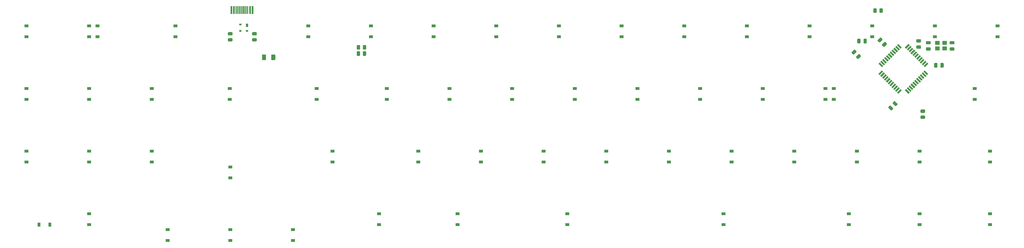
<source format=gbr>
%TF.GenerationSoftware,KiCad,Pcbnew,5.1.6+dfsg1-1*%
%TF.CreationDate,2020-11-03T16:58:05-08:00*%
%TF.ProjectId,SPM1800,53504d31-3830-4302-9e6b-696361645f70,rev?*%
%TF.SameCoordinates,Original*%
%TF.FileFunction,Paste,Bot*%
%TF.FilePolarity,Positive*%
%FSLAX46Y46*%
G04 Gerber Fmt 4.6, Leading zero omitted, Abs format (unit mm)*
G04 Created by KiCad (PCBNEW 5.1.6+dfsg1-1) date 2020-11-03 16:58:05*
%MOMM*%
%LPD*%
G01*
G04 APERTURE LIST*
%ADD10R,1.400000X1.200000*%
%ADD11R,0.300000X2.450000*%
%ADD12R,0.600000X2.450000*%
%ADD13C,0.100000*%
%ADD14R,0.700000X0.600000*%
%ADD15R,0.700000X1.000000*%
%ADD16R,1.200000X0.900000*%
%ADD17R,0.900000X1.200000*%
G04 APERTURE END LIST*
%TO.C,R6*%
G36*
G01*
X186694500Y266388001D02*
X186694500Y265487999D01*
G75*
G02*
X186444501Y265238000I-249999J0D01*
G01*
X185919499Y265238000D01*
G75*
G02*
X185669500Y265487999I0J249999D01*
G01*
X185669500Y266388001D01*
G75*
G02*
X185919499Y266638000I249999J0D01*
G01*
X186444501Y266638000D01*
G75*
G02*
X186694500Y266388001I0J-249999D01*
G01*
G37*
G36*
G01*
X188519500Y266388001D02*
X188519500Y265487999D01*
G75*
G02*
X188269501Y265238000I-249999J0D01*
G01*
X187744499Y265238000D01*
G75*
G02*
X187494500Y265487999I0J249999D01*
G01*
X187494500Y266388001D01*
G75*
G02*
X187744499Y266638000I249999J0D01*
G01*
X188269501Y266638000D01*
G75*
G02*
X188519500Y266388001I0J-249999D01*
G01*
G37*
%TD*%
%TO.C,R5*%
G36*
G01*
X186694500Y264483001D02*
X186694500Y263582999D01*
G75*
G02*
X186444501Y263333000I-249999J0D01*
G01*
X185919499Y263333000D01*
G75*
G02*
X185669500Y263582999I0J249999D01*
G01*
X185669500Y264483001D01*
G75*
G02*
X185919499Y264733000I249999J0D01*
G01*
X186444501Y264733000D01*
G75*
G02*
X186694500Y264483001I0J-249999D01*
G01*
G37*
G36*
G01*
X188519500Y264483001D02*
X188519500Y263582999D01*
G75*
G02*
X188269501Y263333000I-249999J0D01*
G01*
X187744499Y263333000D01*
G75*
G02*
X187494500Y263582999I0J249999D01*
G01*
X187494500Y264483001D01*
G75*
G02*
X187744499Y264733000I249999J0D01*
G01*
X188269501Y264733000D01*
G75*
G02*
X188519500Y264483001I0J-249999D01*
G01*
G37*
%TD*%
%TO.C,C1*%
G36*
G01*
X356964000Y267404000D02*
X356014000Y267404000D01*
G75*
G02*
X355764000Y267654000I0J250000D01*
G01*
X355764000Y268154000D01*
G75*
G02*
X356014000Y268404000I250000J0D01*
G01*
X356964000Y268404000D01*
G75*
G02*
X357214000Y268154000I0J-250000D01*
G01*
X357214000Y267654000D01*
G75*
G02*
X356964000Y267404000I-250000J0D01*
G01*
G37*
G36*
G01*
X356964000Y265504000D02*
X356014000Y265504000D01*
G75*
G02*
X355764000Y265754000I0J250000D01*
G01*
X355764000Y266254000D01*
G75*
G02*
X356014000Y266504000I250000J0D01*
G01*
X356964000Y266504000D01*
G75*
G02*
X357214000Y266254000I0J-250000D01*
G01*
X357214000Y265754000D01*
G75*
G02*
X356964000Y265504000I-250000J0D01*
G01*
G37*
%TD*%
D10*
%TO.C,Y1*%
X364363000Y267257000D03*
X362163000Y267257000D03*
X362163000Y265557000D03*
X364363000Y265557000D03*
%TD*%
D11*
%TO.C,USB1*%
X150499000Y277301000D03*
X150999000Y277301000D03*
X151499000Y277301000D03*
X149999000Y277301000D03*
X151999000Y277301000D03*
X149499000Y277301000D03*
X152499000Y277301000D03*
X148999000Y277301000D03*
D12*
X148299000Y277301000D03*
X153199000Y277301000D03*
X147524000Y277301000D03*
X153974000Y277301000D03*
%TD*%
D13*
%TO.C,U1*%
G36*
X345323690Y258926952D02*
G01*
X345712598Y258538044D01*
X344651938Y257477384D01*
X344263030Y257866292D01*
X345323690Y258926952D01*
G37*
G36*
X345889376Y258361267D02*
G01*
X346278284Y257972359D01*
X345217624Y256911699D01*
X344828716Y257300607D01*
X345889376Y258361267D01*
G37*
G36*
X346455061Y257795582D02*
G01*
X346843969Y257406674D01*
X345783309Y256346014D01*
X345394401Y256734922D01*
X346455061Y257795582D01*
G37*
G36*
X347020746Y257229896D02*
G01*
X347409654Y256840988D01*
X346348994Y255780328D01*
X345960086Y256169236D01*
X347020746Y257229896D01*
G37*
G36*
X347586432Y256664211D02*
G01*
X347975340Y256275303D01*
X346914680Y255214643D01*
X346525772Y255603551D01*
X347586432Y256664211D01*
G37*
G36*
X348152117Y256098525D02*
G01*
X348541025Y255709617D01*
X347480365Y254648957D01*
X347091457Y255037865D01*
X348152117Y256098525D01*
G37*
G36*
X348717803Y255532840D02*
G01*
X349106711Y255143932D01*
X348046051Y254083272D01*
X347657143Y254472180D01*
X348717803Y255532840D01*
G37*
G36*
X349283488Y254967154D02*
G01*
X349672396Y254578246D01*
X348611736Y253517586D01*
X348222828Y253906494D01*
X349283488Y254967154D01*
G37*
G36*
X349849174Y254401469D02*
G01*
X350238082Y254012561D01*
X349177422Y252951901D01*
X348788514Y253340809D01*
X349849174Y254401469D01*
G37*
G36*
X350414859Y253835784D02*
G01*
X350803767Y253446876D01*
X349743107Y252386216D01*
X349354199Y252775124D01*
X350414859Y253835784D01*
G37*
G36*
X350980544Y253270098D02*
G01*
X351369452Y252881190D01*
X350308792Y251820530D01*
X349919884Y252209438D01*
X350980544Y253270098D01*
G37*
G36*
X352324048Y252881190D02*
G01*
X352712956Y253270098D01*
X353773616Y252209438D01*
X353384708Y251820530D01*
X352324048Y252881190D01*
G37*
G36*
X352889733Y253446876D02*
G01*
X353278641Y253835784D01*
X354339301Y252775124D01*
X353950393Y252386216D01*
X352889733Y253446876D01*
G37*
G36*
X353455418Y254012561D02*
G01*
X353844326Y254401469D01*
X354904986Y253340809D01*
X354516078Y252951901D01*
X353455418Y254012561D01*
G37*
G36*
X354021104Y254578246D02*
G01*
X354410012Y254967154D01*
X355470672Y253906494D01*
X355081764Y253517586D01*
X354021104Y254578246D01*
G37*
G36*
X354586789Y255143932D02*
G01*
X354975697Y255532840D01*
X356036357Y254472180D01*
X355647449Y254083272D01*
X354586789Y255143932D01*
G37*
G36*
X355152475Y255709617D02*
G01*
X355541383Y256098525D01*
X356602043Y255037865D01*
X356213135Y254648957D01*
X355152475Y255709617D01*
G37*
G36*
X355718160Y256275303D02*
G01*
X356107068Y256664211D01*
X357167728Y255603551D01*
X356778820Y255214643D01*
X355718160Y256275303D01*
G37*
G36*
X356283846Y256840988D02*
G01*
X356672754Y257229896D01*
X357733414Y256169236D01*
X357344506Y255780328D01*
X356283846Y256840988D01*
G37*
G36*
X356849531Y257406674D02*
G01*
X357238439Y257795582D01*
X358299099Y256734922D01*
X357910191Y256346014D01*
X356849531Y257406674D01*
G37*
G36*
X357415216Y257972359D02*
G01*
X357804124Y258361267D01*
X358864784Y257300607D01*
X358475876Y256911699D01*
X357415216Y257972359D01*
G37*
G36*
X357980902Y258538044D02*
G01*
X358369810Y258926952D01*
X359430470Y257866292D01*
X359041562Y257477384D01*
X357980902Y258538044D01*
G37*
G36*
X359041562Y261331116D02*
G01*
X359430470Y260942208D01*
X358369810Y259881548D01*
X357980902Y260270456D01*
X359041562Y261331116D01*
G37*
G36*
X358475876Y261896801D02*
G01*
X358864784Y261507893D01*
X357804124Y260447233D01*
X357415216Y260836141D01*
X358475876Y261896801D01*
G37*
G36*
X357910191Y262462486D02*
G01*
X358299099Y262073578D01*
X357238439Y261012918D01*
X356849531Y261401826D01*
X357910191Y262462486D01*
G37*
G36*
X357344506Y263028172D02*
G01*
X357733414Y262639264D01*
X356672754Y261578604D01*
X356283846Y261967512D01*
X357344506Y263028172D01*
G37*
G36*
X356778820Y263593857D02*
G01*
X357167728Y263204949D01*
X356107068Y262144289D01*
X355718160Y262533197D01*
X356778820Y263593857D01*
G37*
G36*
X356213135Y264159543D02*
G01*
X356602043Y263770635D01*
X355541383Y262709975D01*
X355152475Y263098883D01*
X356213135Y264159543D01*
G37*
G36*
X355647449Y264725228D02*
G01*
X356036357Y264336320D01*
X354975697Y263275660D01*
X354586789Y263664568D01*
X355647449Y264725228D01*
G37*
G36*
X355081764Y265290914D02*
G01*
X355470672Y264902006D01*
X354410012Y263841346D01*
X354021104Y264230254D01*
X355081764Y265290914D01*
G37*
G36*
X354516078Y265856599D02*
G01*
X354904986Y265467691D01*
X353844326Y264407031D01*
X353455418Y264795939D01*
X354516078Y265856599D01*
G37*
G36*
X353950393Y266422284D02*
G01*
X354339301Y266033376D01*
X353278641Y264972716D01*
X352889733Y265361624D01*
X353950393Y266422284D01*
G37*
G36*
X353384708Y266987970D02*
G01*
X353773616Y266599062D01*
X352712956Y265538402D01*
X352324048Y265927310D01*
X353384708Y266987970D01*
G37*
G36*
X349919884Y266599062D02*
G01*
X350308792Y266987970D01*
X351369452Y265927310D01*
X350980544Y265538402D01*
X349919884Y266599062D01*
G37*
G36*
X349354199Y266033376D02*
G01*
X349743107Y266422284D01*
X350803767Y265361624D01*
X350414859Y264972716D01*
X349354199Y266033376D01*
G37*
G36*
X348788514Y265467691D02*
G01*
X349177422Y265856599D01*
X350238082Y264795939D01*
X349849174Y264407031D01*
X348788514Y265467691D01*
G37*
G36*
X348222828Y264902006D02*
G01*
X348611736Y265290914D01*
X349672396Y264230254D01*
X349283488Y263841346D01*
X348222828Y264902006D01*
G37*
G36*
X347657143Y264336320D02*
G01*
X348046051Y264725228D01*
X349106711Y263664568D01*
X348717803Y263275660D01*
X347657143Y264336320D01*
G37*
G36*
X347091457Y263770635D02*
G01*
X347480365Y264159543D01*
X348541025Y263098883D01*
X348152117Y262709975D01*
X347091457Y263770635D01*
G37*
G36*
X346525772Y263204949D02*
G01*
X346914680Y263593857D01*
X347975340Y262533197D01*
X347586432Y262144289D01*
X346525772Y263204949D01*
G37*
G36*
X345960086Y262639264D02*
G01*
X346348994Y263028172D01*
X347409654Y261967512D01*
X347020746Y261578604D01*
X345960086Y262639264D01*
G37*
G36*
X345394401Y262073578D02*
G01*
X345783309Y262462486D01*
X346843969Y261401826D01*
X346455061Y261012918D01*
X345394401Y262073578D01*
G37*
G36*
X344828716Y261507893D02*
G01*
X345217624Y261896801D01*
X346278284Y260836141D01*
X345889376Y260447233D01*
X344828716Y261507893D01*
G37*
G36*
X344263030Y260942208D02*
G01*
X344651938Y261331116D01*
X345712598Y260270456D01*
X345323690Y259881548D01*
X344263030Y260942208D01*
G37*
%TD*%
%TO.C,R4*%
G36*
G01*
X155009001Y267711500D02*
X154108999Y267711500D01*
G75*
G02*
X153859000Y267961499I0J249999D01*
G01*
X153859000Y268486501D01*
G75*
G02*
X154108999Y268736500I249999J0D01*
G01*
X155009001Y268736500D01*
G75*
G02*
X155259000Y268486501I0J-249999D01*
G01*
X155259000Y267961499D01*
G75*
G02*
X155009001Y267711500I-249999J0D01*
G01*
G37*
G36*
G01*
X155009001Y269536500D02*
X154108999Y269536500D01*
G75*
G02*
X153859000Y269786499I0J249999D01*
G01*
X153859000Y270311501D01*
G75*
G02*
X154108999Y270561500I249999J0D01*
G01*
X155009001Y270561500D01*
G75*
G02*
X155259000Y270311501I0J-249999D01*
G01*
X155259000Y269786499D01*
G75*
G02*
X155009001Y269536500I-249999J0D01*
G01*
G37*
%TD*%
%TO.C,R3*%
G36*
G01*
X147643001Y267711500D02*
X146742999Y267711500D01*
G75*
G02*
X146493000Y267961499I0J249999D01*
G01*
X146493000Y268486501D01*
G75*
G02*
X146742999Y268736500I249999J0D01*
G01*
X147643001Y268736500D01*
G75*
G02*
X147893000Y268486501I0J-249999D01*
G01*
X147893000Y267961499D01*
G75*
G02*
X147643001Y267711500I-249999J0D01*
G01*
G37*
G36*
G01*
X147643001Y269536500D02*
X146742999Y269536500D01*
G75*
G02*
X146493000Y269786499I0J249999D01*
G01*
X146493000Y270311501D01*
G75*
G02*
X146742999Y270561500I249999J0D01*
G01*
X147643001Y270561500D01*
G75*
G02*
X147893000Y270311501I0J-249999D01*
G01*
X147893000Y269786499D01*
G75*
G02*
X147643001Y269536500I-249999J0D01*
G01*
G37*
%TD*%
%TO.C,R2*%
G36*
G01*
X358209001Y245994500D02*
X357308999Y245994500D01*
G75*
G02*
X357059000Y246244499I0J249999D01*
G01*
X357059000Y246769501D01*
G75*
G02*
X357308999Y247019500I249999J0D01*
G01*
X358209001Y247019500D01*
G75*
G02*
X358459000Y246769501I0J-249999D01*
G01*
X358459000Y246244499D01*
G75*
G02*
X358209001Y245994500I-249999J0D01*
G01*
G37*
G36*
G01*
X358209001Y244169500D02*
X357308999Y244169500D01*
G75*
G02*
X357059000Y244419499I0J249999D01*
G01*
X357059000Y244944501D01*
G75*
G02*
X357308999Y245194500I249999J0D01*
G01*
X358209001Y245194500D01*
G75*
G02*
X358459000Y244944501I0J-249999D01*
G01*
X358459000Y244419499D01*
G75*
G02*
X358209001Y244169500I-249999J0D01*
G01*
G37*
%TD*%
%TO.C,R1*%
G36*
G01*
X344546500Y276663999D02*
X344546500Y277564001D01*
G75*
G02*
X344796499Y277814000I249999J0D01*
G01*
X345321501Y277814000D01*
G75*
G02*
X345571500Y277564001I0J-249999D01*
G01*
X345571500Y276663999D01*
G75*
G02*
X345321501Y276414000I-249999J0D01*
G01*
X344796499Y276414000D01*
G75*
G02*
X344546500Y276663999I0J249999D01*
G01*
G37*
G36*
G01*
X342721500Y276663999D02*
X342721500Y277564001D01*
G75*
G02*
X342971499Y277814000I249999J0D01*
G01*
X343496501Y277814000D01*
G75*
G02*
X343746500Y277564001I0J-249999D01*
G01*
X343746500Y276663999D01*
G75*
G02*
X343496501Y276414000I-249999J0D01*
G01*
X342971499Y276414000D01*
G75*
G02*
X342721500Y276663999I0J249999D01*
G01*
G37*
%TD*%
%TO.C,F1*%
G36*
G01*
X160899000Y263515000D02*
X160899000Y262265000D01*
G75*
G02*
X160649000Y262015000I-250000J0D01*
G01*
X159899000Y262015000D01*
G75*
G02*
X159649000Y262265000I0J250000D01*
G01*
X159649000Y263515000D01*
G75*
G02*
X159899000Y263765000I250000J0D01*
G01*
X160649000Y263765000D01*
G75*
G02*
X160899000Y263515000I0J-250000D01*
G01*
G37*
G36*
G01*
X158099000Y263515000D02*
X158099000Y262265000D01*
G75*
G02*
X157849000Y262015000I-250000J0D01*
G01*
X157099000Y262015000D01*
G75*
G02*
X156849000Y262265000I0J250000D01*
G01*
X156849000Y263515000D01*
G75*
G02*
X157099000Y263765000I250000J0D01*
G01*
X157849000Y263765000D01*
G75*
G02*
X158099000Y263515000I0J-250000D01*
G01*
G37*
%TD*%
D14*
%TO.C,D59*%
X150273000Y270957000D03*
X152273000Y270957000D03*
X150273000Y272857000D03*
D15*
X152273000Y272657000D03*
%TD*%
D16*
%TO.C,D58*%
X378206000Y215265000D03*
X378206000Y211965000D03*
%TD*%
%TO.C,D57*%
X356743000Y215265000D03*
X356743000Y211965000D03*
%TD*%
%TO.C,D56*%
X335280000Y215263000D03*
X335280000Y211963000D03*
%TD*%
%TO.C,D55*%
X297180000Y215263000D03*
X297180000Y211963000D03*
%TD*%
%TO.C,D54*%
X249682000Y215265000D03*
X249682000Y211965000D03*
%TD*%
%TO.C,D53*%
X216281000Y215265000D03*
X216281000Y211965000D03*
%TD*%
%TO.C,D52*%
X192405000Y215265000D03*
X192405000Y211965000D03*
%TD*%
%TO.C,D51*%
X166243000Y210439000D03*
X166243000Y207139000D03*
%TD*%
%TO.C,D50*%
X147193000Y210437000D03*
X147193000Y207137000D03*
%TD*%
%TO.C,D49*%
X128143000Y210437000D03*
X128143000Y207137000D03*
%TD*%
%TO.C,D48*%
X104267000Y215265000D03*
X104267000Y211965000D03*
%TD*%
D17*
%TO.C,D47*%
X89027000Y211963000D03*
X92327000Y211963000D03*
%TD*%
D16*
%TO.C,D46*%
X378206000Y234314000D03*
X378206000Y231014000D03*
%TD*%
%TO.C,D45*%
X356743000Y234315000D03*
X356743000Y231015000D03*
%TD*%
%TO.C,D44*%
X337693000Y234315000D03*
X337693000Y231015000D03*
%TD*%
%TO.C,D43*%
X318643000Y234315000D03*
X318643000Y231015000D03*
%TD*%
%TO.C,D42*%
X299593000Y234315000D03*
X299593000Y231015000D03*
%TD*%
%TO.C,D41*%
X280543000Y234315000D03*
X280543000Y231015000D03*
%TD*%
%TO.C,D40*%
X261493000Y234315000D03*
X261493000Y231015000D03*
%TD*%
%TO.C,D39*%
X242443000Y234313000D03*
X242443000Y231013000D03*
%TD*%
%TO.C,D38*%
X223393000Y234315000D03*
X223393000Y231015000D03*
%TD*%
%TO.C,D37*%
X204343000Y234315000D03*
X204343000Y231015000D03*
%TD*%
%TO.C,D36*%
X178308000Y234313000D03*
X178308000Y231013000D03*
%TD*%
%TO.C,D35*%
X147193000Y229487000D03*
X147193000Y226187000D03*
%TD*%
%TO.C,D34*%
X123317000Y234315000D03*
X123317000Y231015000D03*
%TD*%
%TO.C,D33*%
X104267000Y234315000D03*
X104267000Y231015000D03*
%TD*%
%TO.C,D32*%
X85217000Y234313000D03*
X85217000Y231013000D03*
%TD*%
%TO.C,D31*%
X373507000Y253365000D03*
X373507000Y250065000D03*
%TD*%
%TO.C,D30*%
X330708000Y253365000D03*
X330708000Y250065000D03*
%TD*%
%TO.C,D29*%
X328168000Y253365000D03*
X328168000Y250065000D03*
%TD*%
%TO.C,D28*%
X309118000Y253365000D03*
X309118000Y250065000D03*
%TD*%
%TO.C,D27*%
X290068000Y253365000D03*
X290068000Y250065000D03*
%TD*%
%TO.C,D26*%
X271018000Y253365000D03*
X271018000Y250065000D03*
%TD*%
%TO.C,D25*%
X251968000Y253365000D03*
X251968000Y250065000D03*
%TD*%
%TO.C,D24*%
X232918000Y253365000D03*
X232918000Y250065000D03*
%TD*%
%TO.C,D23*%
X213868000Y253365000D03*
X213868000Y250065000D03*
%TD*%
%TO.C,D22*%
X194818000Y253365000D03*
X194818000Y250065000D03*
%TD*%
%TO.C,D21*%
X173482000Y253365000D03*
X173482000Y250065000D03*
%TD*%
%TO.C,D20*%
X147066000Y253365000D03*
X147066000Y250065000D03*
%TD*%
%TO.C,D19*%
X123317000Y253363000D03*
X123317000Y250063000D03*
%TD*%
%TO.C,D18*%
X104267000Y253364000D03*
X104267000Y250064000D03*
%TD*%
%TO.C,D17*%
X85217000Y253363000D03*
X85217000Y250063000D03*
%TD*%
%TO.C,D16*%
X380492000Y272413000D03*
X380492000Y269113000D03*
%TD*%
%TO.C,D15*%
X361442000Y272413000D03*
X361442000Y269113000D03*
%TD*%
%TO.C,D14*%
X342392000Y272415000D03*
X342392000Y269115000D03*
%TD*%
%TO.C,D13*%
X323342000Y272415000D03*
X323342000Y269115000D03*
%TD*%
%TO.C,D12*%
X304292000Y272415000D03*
X304292000Y269115000D03*
%TD*%
%TO.C,D11*%
X285242000Y272414000D03*
X285242000Y269114000D03*
%TD*%
%TO.C,D10*%
X266192000Y272415000D03*
X266192000Y269115000D03*
%TD*%
%TO.C,D9*%
X247142000Y272415000D03*
X247142000Y269115000D03*
%TD*%
%TO.C,D8*%
X228092000Y272414000D03*
X228092000Y269114000D03*
%TD*%
%TO.C,D7*%
X209042000Y272415000D03*
X209042000Y269115000D03*
%TD*%
%TO.C,D6*%
X189992000Y272413000D03*
X189992000Y269113000D03*
%TD*%
%TO.C,D5*%
X170942000Y272414000D03*
X170942000Y269114000D03*
%TD*%
%TO.C,D4*%
X130556000Y269115000D03*
X130556000Y272415000D03*
%TD*%
%TO.C,D3*%
X106807000Y272415000D03*
X106807000Y269115000D03*
%TD*%
%TO.C,D2*%
X104267000Y272414000D03*
X104267000Y269114000D03*
%TD*%
%TO.C,D1*%
X85217000Y272413000D03*
X85217000Y269113000D03*
%TD*%
%TO.C,C8*%
G36*
G01*
X338828000Y268318000D02*
X338828000Y267368000D01*
G75*
G02*
X338578000Y267118000I-250000J0D01*
G01*
X338078000Y267118000D01*
G75*
G02*
X337828000Y267368000I0J250000D01*
G01*
X337828000Y268318000D01*
G75*
G02*
X338078000Y268568000I250000J0D01*
G01*
X338578000Y268568000D01*
G75*
G02*
X338828000Y268318000I0J-250000D01*
G01*
G37*
G36*
G01*
X340728000Y268318000D02*
X340728000Y267368000D01*
G75*
G02*
X340478000Y267118000I-250000J0D01*
G01*
X339978000Y267118000D01*
G75*
G02*
X339728000Y267368000I0J250000D01*
G01*
X339728000Y268318000D01*
G75*
G02*
X339978000Y268568000I250000J0D01*
G01*
X340478000Y268568000D01*
G75*
G02*
X340728000Y268318000I0J-250000D01*
G01*
G37*
%TD*%
%TO.C,C7*%
G36*
G01*
X358935000Y265935000D02*
X359885000Y265935000D01*
G75*
G02*
X360135000Y265685000I0J-250000D01*
G01*
X360135000Y265185000D01*
G75*
G02*
X359885000Y264935000I-250000J0D01*
G01*
X358935000Y264935000D01*
G75*
G02*
X358685000Y265185000I0J250000D01*
G01*
X358685000Y265685000D01*
G75*
G02*
X358935000Y265935000I250000J0D01*
G01*
G37*
G36*
G01*
X358935000Y267835000D02*
X359885000Y267835000D01*
G75*
G02*
X360135000Y267585000I0J-250000D01*
G01*
X360135000Y267085000D01*
G75*
G02*
X359885000Y266835000I-250000J0D01*
G01*
X358935000Y266835000D01*
G75*
G02*
X358685000Y267085000I0J250000D01*
G01*
X358685000Y267585000D01*
G75*
G02*
X358935000Y267835000I250000J0D01*
G01*
G37*
%TD*%
%TO.C,C6*%
G36*
G01*
X367124000Y266830000D02*
X366174000Y266830000D01*
G75*
G02*
X365924000Y267080000I0J250000D01*
G01*
X365924000Y267580000D01*
G75*
G02*
X366174000Y267830000I250000J0D01*
G01*
X367124000Y267830000D01*
G75*
G02*
X367374000Y267580000I0J-250000D01*
G01*
X367374000Y267080000D01*
G75*
G02*
X367124000Y266830000I-250000J0D01*
G01*
G37*
G36*
G01*
X367124000Y264930000D02*
X366174000Y264930000D01*
G75*
G02*
X365924000Y265180000I0J250000D01*
G01*
X365924000Y265680000D01*
G75*
G02*
X366174000Y265930000I250000J0D01*
G01*
X367124000Y265930000D01*
G75*
G02*
X367374000Y265680000I0J-250000D01*
G01*
X367374000Y265180000D01*
G75*
G02*
X367124000Y264930000I-250000J0D01*
G01*
G37*
%TD*%
%TO.C,C5*%
G36*
G01*
X337546927Y264469824D02*
X336875176Y263798073D01*
G75*
G02*
X336521622Y263798073I-176777J176777D01*
G01*
X336168069Y264151626D01*
G75*
G02*
X336168069Y264505180I176777J176777D01*
G01*
X336839820Y265176931D01*
G75*
G02*
X337193374Y265176931I176777J-176777D01*
G01*
X337546927Y264823378D01*
G75*
G02*
X337546927Y264469824I-176777J-176777D01*
G01*
G37*
G36*
G01*
X338890429Y263126322D02*
X338218678Y262454571D01*
G75*
G02*
X337865124Y262454571I-176777J176777D01*
G01*
X337511571Y262808124D01*
G75*
G02*
X337511571Y263161678I176777J176777D01*
G01*
X338183322Y263833429D01*
G75*
G02*
X338536876Y263833429I176777J-176777D01*
G01*
X338890429Y263479876D01*
G75*
G02*
X338890429Y263126322I-176777J-176777D01*
G01*
G37*
%TD*%
%TO.C,C4*%
G36*
G01*
X348021927Y248175678D02*
X348693678Y247503927D01*
G75*
G02*
X348693678Y247150373I-176777J-176777D01*
G01*
X348340125Y246796820D01*
G75*
G02*
X347986571Y246796820I-176777J176777D01*
G01*
X347314820Y247468571D01*
G75*
G02*
X347314820Y247822125I176777J176777D01*
G01*
X347668373Y248175678D01*
G75*
G02*
X348021927Y248175678I176777J-176777D01*
G01*
G37*
G36*
G01*
X349365429Y249519180D02*
X350037180Y248847429D01*
G75*
G02*
X350037180Y248493875I-176777J-176777D01*
G01*
X349683627Y248140322D01*
G75*
G02*
X349330073Y248140322I-176777J176777D01*
G01*
X348658322Y248812073D01*
G75*
G02*
X348658322Y249165627I176777J176777D01*
G01*
X349011875Y249519180D01*
G75*
G02*
X349365429Y249519180I176777J-176777D01*
G01*
G37*
%TD*%
%TO.C,C3*%
G36*
G01*
X363101000Y260002000D02*
X363101000Y260952000D01*
G75*
G02*
X363351000Y261202000I250000J0D01*
G01*
X363851000Y261202000D01*
G75*
G02*
X364101000Y260952000I0J-250000D01*
G01*
X364101000Y260002000D01*
G75*
G02*
X363851000Y259752000I-250000J0D01*
G01*
X363351000Y259752000D01*
G75*
G02*
X363101000Y260002000I0J250000D01*
G01*
G37*
G36*
G01*
X361201000Y260002000D02*
X361201000Y260952000D01*
G75*
G02*
X361451000Y261202000I250000J0D01*
G01*
X361951000Y261202000D01*
G75*
G02*
X362201000Y260952000I0J-250000D01*
G01*
X362201000Y260002000D01*
G75*
G02*
X361951000Y259752000I-250000J0D01*
G01*
X361451000Y259752000D01*
G75*
G02*
X361201000Y260002000I0J250000D01*
G01*
G37*
%TD*%
%TO.C,C2*%
G36*
G01*
X346764429Y266809322D02*
X346092678Y266137571D01*
G75*
G02*
X345739124Y266137571I-176777J176777D01*
G01*
X345385571Y266491124D01*
G75*
G02*
X345385571Y266844678I176777J176777D01*
G01*
X346057322Y267516429D01*
G75*
G02*
X346410876Y267516429I176777J-176777D01*
G01*
X346764429Y267162876D01*
G75*
G02*
X346764429Y266809322I-176777J-176777D01*
G01*
G37*
G36*
G01*
X345420927Y268152824D02*
X344749176Y267481073D01*
G75*
G02*
X344395622Y267481073I-176777J176777D01*
G01*
X344042069Y267834626D01*
G75*
G02*
X344042069Y268188180I176777J176777D01*
G01*
X344713820Y268859931D01*
G75*
G02*
X345067374Y268859931I176777J-176777D01*
G01*
X345420927Y268506378D01*
G75*
G02*
X345420927Y268152824I-176777J-176777D01*
G01*
G37*
%TD*%
M02*

</source>
